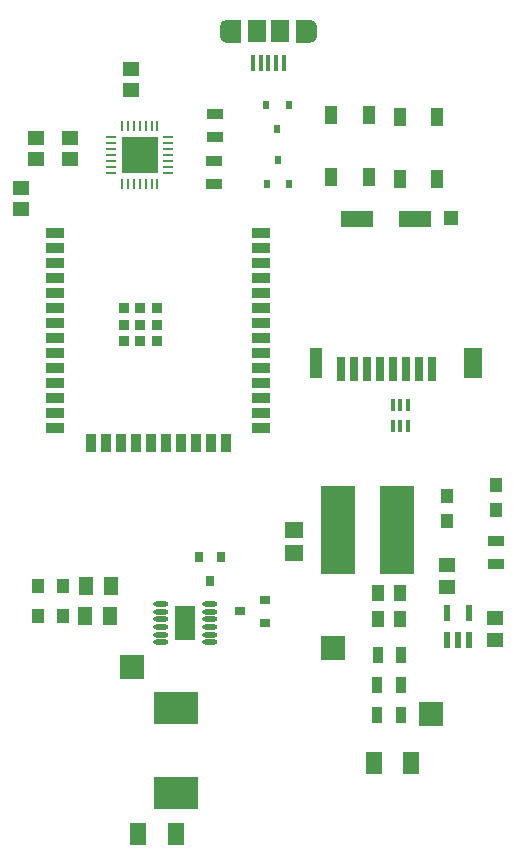
<source format=gtp>
G04*
G04 #@! TF.GenerationSoftware,Altium Limited,Altium Designer,22.1.2 (22)*
G04*
G04 Layer_Color=8421504*
%FSLAX25Y25*%
%MOIN*%
G70*
G04*
G04 #@! TF.SameCoordinates,55BB0F9E-9583-49B5-81CB-360D1DA6D785*
G04*
G04*
G04 #@! TF.FilePolarity,Positive*
G04*
G01*
G75*
%ADD20C,0.01968*%
%ADD21R,0.05709X0.04528*%
%ADD22R,0.03543X0.03543*%
%ADD23R,0.03543X0.05906*%
%ADD24R,0.05906X0.03543*%
%ADD25R,0.12323X0.12323*%
%ADD26O,0.03347X0.00787*%
%ADD27O,0.00787X0.03347*%
%ADD28R,0.01575X0.05315*%
%ADD29R,0.05906X0.07480*%
%ADD30R,0.05709X0.03740*%
%ADD31R,0.02362X0.03150*%
%ADD32R,0.03937X0.06102*%
%ADD33R,0.04724X0.04724*%
%ADD34R,0.10630X0.05512*%
%ADD35R,0.05906X0.10236*%
%ADD36R,0.03937X0.10236*%
%ADD37R,0.02756X0.07874*%
%ADD38R,0.04331X0.04724*%
%ADD39R,0.02284X0.05591*%
%ADD40R,0.04134X0.05512*%
%ADD41R,0.07874X0.07874*%
%ADD42R,0.01575X0.03937*%
%ADD43R,0.11811X0.29528*%
%ADD44R,0.06102X0.05315*%
%ADD45R,0.06929X0.11614*%
%ADD46O,0.05118X0.01772*%
%ADD47R,0.03150X0.03543*%
%ADD48R,0.03543X0.03150*%
%ADD49R,0.05315X0.07480*%
%ADD50R,0.15000X0.11000*%
%ADD51R,0.04921X0.05906*%
%ADD52R,0.04331X0.04724*%
%ADD53R,0.03740X0.05709*%
G36*
X105823Y291193D02*
X103854D01*
X103854Y294736D01*
X105823D01*
Y291193D01*
D02*
G37*
G36*
X110941Y289224D02*
X105823D01*
Y296705D01*
X110941D01*
Y289224D01*
D02*
G37*
G36*
X134169D02*
X129051D01*
Y296705D01*
X134169D01*
Y289224D01*
D02*
G37*
G36*
X136138Y291193D02*
X134169D01*
Y294736D01*
X136138D01*
X136138Y291193D01*
D02*
G37*
D20*
X135153Y294736D02*
G03*
X135153Y294736I-984J0D01*
G01*
Y291193D02*
G03*
X135153Y291193I-984J0D01*
G01*
X106807Y294736D02*
G03*
X106807Y294736I-984J0D01*
G01*
Y291193D02*
G03*
X106807Y291193I-984J0D01*
G01*
D21*
X53752Y250504D02*
D03*
Y257591D02*
D03*
X42374Y250465D02*
D03*
Y257551D02*
D03*
X37484Y240728D02*
D03*
Y233642D02*
D03*
X74138Y280512D02*
D03*
Y273425D02*
D03*
X179449Y114976D02*
D03*
Y107890D02*
D03*
X195626Y97287D02*
D03*
Y90201D02*
D03*
D22*
X71768Y195228D02*
D03*
X82791D02*
D03*
X71768Y189717D02*
D03*
X77280D02*
D03*
X82791D02*
D03*
Y200740D02*
D03*
X77280D02*
D03*
Y195228D02*
D03*
X71768Y200740D02*
D03*
D23*
X105705Y155701D02*
D03*
X100705D02*
D03*
X95705D02*
D03*
X90705D02*
D03*
X85705D02*
D03*
X80705D02*
D03*
X75705D02*
D03*
X70705D02*
D03*
X65705D02*
D03*
X60705D02*
D03*
D24*
X117634Y225622D02*
D03*
Y220622D02*
D03*
Y215622D02*
D03*
Y210622D02*
D03*
Y205622D02*
D03*
Y200622D02*
D03*
Y195622D02*
D03*
Y190622D02*
D03*
Y185622D02*
D03*
Y180622D02*
D03*
Y175622D02*
D03*
Y170622D02*
D03*
Y165622D02*
D03*
Y160622D02*
D03*
X48736D02*
D03*
Y165622D02*
D03*
Y170622D02*
D03*
Y175622D02*
D03*
Y180622D02*
D03*
Y185622D02*
D03*
Y190622D02*
D03*
Y195622D02*
D03*
Y200622D02*
D03*
Y205622D02*
D03*
Y210622D02*
D03*
Y215622D02*
D03*
Y220622D02*
D03*
Y225622D02*
D03*
D25*
X77098Y251807D02*
D03*
D26*
X86646Y257713D02*
D03*
Y255744D02*
D03*
Y253776D02*
D03*
Y251807D02*
D03*
Y249839D02*
D03*
Y247870D02*
D03*
Y245902D02*
D03*
X67551D02*
D03*
Y247870D02*
D03*
Y249839D02*
D03*
Y251807D02*
D03*
Y253776D02*
D03*
Y255744D02*
D03*
Y257713D02*
D03*
D27*
X83004Y242260D02*
D03*
X81035D02*
D03*
X79067D02*
D03*
X77098D02*
D03*
X75130D02*
D03*
X73161D02*
D03*
X71193D02*
D03*
Y261354D02*
D03*
X73161D02*
D03*
X75130D02*
D03*
X77098D02*
D03*
X79067D02*
D03*
X81035D02*
D03*
X83004D02*
D03*
D28*
X125114Y282335D02*
D03*
X122555D02*
D03*
X119996D02*
D03*
X117437D02*
D03*
X114878D02*
D03*
D29*
X123933Y292965D02*
D03*
X116059D02*
D03*
D30*
X102063Y265315D02*
D03*
Y257638D02*
D03*
X101984Y242146D02*
D03*
Y249823D02*
D03*
X195945Y123063D02*
D03*
Y115386D02*
D03*
D31*
X122976Y260555D02*
D03*
X119236Y268508D02*
D03*
X126716D02*
D03*
X123122Y250075D02*
D03*
X126862Y242122D02*
D03*
X119382D02*
D03*
D32*
X153402Y265138D02*
D03*
Y244468D02*
D03*
X140803Y265138D02*
D03*
Y244468D02*
D03*
X176339Y264567D02*
D03*
Y243898D02*
D03*
X163740Y264567D02*
D03*
Y243898D02*
D03*
D33*
X180862Y230752D02*
D03*
D34*
X149563Y230358D02*
D03*
X168854D02*
D03*
D35*
X188342Y182327D02*
D03*
D36*
X135784D02*
D03*
D37*
X174366Y180358D02*
D03*
X170035D02*
D03*
X165705D02*
D03*
X161374D02*
D03*
X157043D02*
D03*
X152713D02*
D03*
X148382D02*
D03*
X144051D02*
D03*
D38*
X195846Y133508D02*
D03*
Y141776D02*
D03*
X179480Y138016D02*
D03*
Y129748D02*
D03*
D39*
X179394Y90216D02*
D03*
X183134D02*
D03*
X186874D02*
D03*
Y99232D02*
D03*
X179394D02*
D03*
D40*
X156476Y105634D02*
D03*
X163957D02*
D03*
X156476Y97134D02*
D03*
X163957D02*
D03*
D41*
X174291Y65492D02*
D03*
X141618Y87429D02*
D03*
X74654Y80957D02*
D03*
D42*
X166579Y168437D02*
D03*
X164020D02*
D03*
X161461D02*
D03*
X166579Y161350D02*
D03*
X164020D02*
D03*
X161461D02*
D03*
D43*
X162862Y126929D02*
D03*
X143177D02*
D03*
D44*
X128563Y119024D02*
D03*
Y126898D02*
D03*
D45*
X92339Y95744D02*
D03*
D46*
X100606Y89346D02*
D03*
Y91905D02*
D03*
Y94465D02*
D03*
Y97024D02*
D03*
Y99583D02*
D03*
Y102142D02*
D03*
X84071Y89346D02*
D03*
Y91905D02*
D03*
Y94465D02*
D03*
Y97024D02*
D03*
Y99583D02*
D03*
Y102142D02*
D03*
D47*
X104224Y117894D02*
D03*
X96744D02*
D03*
X100484Y109626D02*
D03*
D48*
X118874Y95913D02*
D03*
Y103394D02*
D03*
X110606Y99654D02*
D03*
D49*
X76579Y25394D02*
D03*
X89177D02*
D03*
X155055Y49220D02*
D03*
X167654D02*
D03*
D50*
X89157Y39203D02*
D03*
Y67301D02*
D03*
D51*
X59307Y108110D02*
D03*
X67575D02*
D03*
X58937Y98236D02*
D03*
X67205D02*
D03*
D52*
X43154Y108110D02*
D03*
X51421D02*
D03*
X43244Y97957D02*
D03*
X51512D02*
D03*
D53*
X156508Y85240D02*
D03*
X164185D02*
D03*
X164024Y75124D02*
D03*
X156346D02*
D03*
X156346Y65102D02*
D03*
X164024D02*
D03*
M02*

</source>
